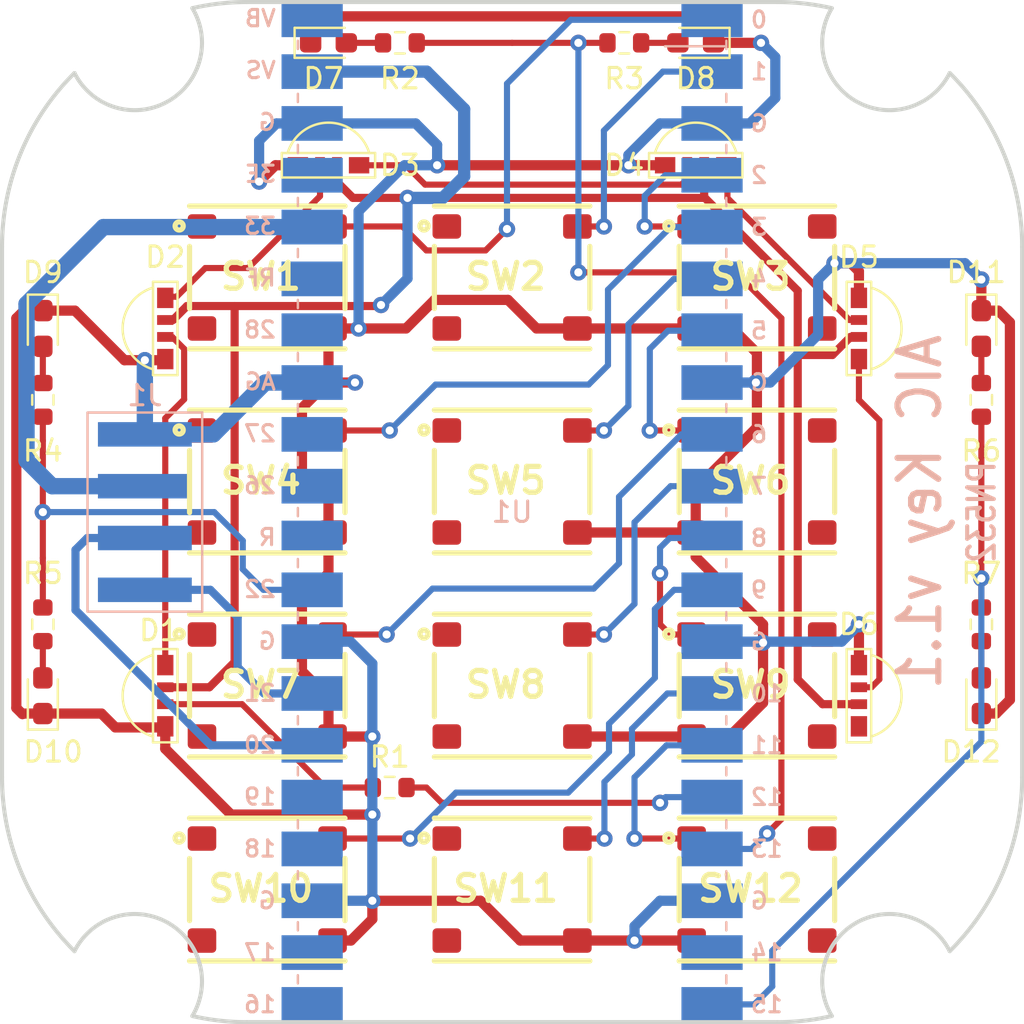
<source format=kicad_pcb>
(kicad_pcb (version 20221018) (generator pcbnew)
  (title_block (title "Teeny Controller for IIDX"))
  (layers (0 "F.Cu" signal) (31 "B.Cu" signal) (34 "B.Paste" user) (35 "F.Paste" user) (36 "B.SilkS" user "B.Silkscreen") (37 "F.SilkS" user "F.Silkscreen") (38 "B.Mask" user) (39 "F.Mask" user) (44 "Edge.Cuts" user))
  (net 0 "")
  (net 1 "+5V")
  (net 2 "GND")
  (net 3 "+3V3")
  (net 4 "Net-(D7-A)")
  (net 5 "Net-(D1-In)")
  (net 6 "Net-(D1-Out)")
  (net 7 "Net-(D8-A)")
  (net 8 "Net-(D9-A)")
  (net 9 "Net-(D2-Out)")
  (net 10 "Net-(D10-A)")
  (net 11 "Net-(D11-A)")
  (net 12 "Net-(D3-Out)")
  (net 13 "Net-(D12-A)")
  (net 14 "Net-(D4-Out)")
  (net 15 "Net-(U1-GPIO12)")
  (net 16 "Net-(D5-Out)")
  (net 17 "Net-(U1-GPIO22)")
  (net 19 "Net-(U1-GPIO15)")
  (net 23 "Net-(U1-GPIO13)")
  (net 24 "Net-(U1-GPIO0)")
  (net 29 "Net-(U1-GPIO1)")
  (net 30 "Net-(U1-GPIO2)")
  (net 41 "Net-(U1-GPIO3)")
  (net 42 "Net-(U1-GPIO4)")
  (net 44 "Net-(U1-GPIO5)")
  (net 47 "Net-(U1-GPIO6)")
  (net 48 "Net-(U1-GPIO7)")
  (net 49 "Net-(U1-GPIO8)")
  (net 52 "Net-(U1-GPIO9)")
  (net 53 "Net-(U1-GPIO10)")
  (net 54 "Net-(U1-GPIO11)")
  (net 59 "Net-(J1-SDA)")
  (net 60 "Net-(J1-SCL)")
  (footprint "aic_pico:SKRR" (layer "F.Cu") (at 147.32 131.9)
    (fp_text reference "SW12")
    (fp_text value "SKRR_4pin" hide)
  )
  (footprint "aic_pico:WS2812B-1204" (layer "F.Cu") (at 144.32 96.4 180)
    (fp_text reference "D4")
    (fp_text value "WS2812B_Unified" hide)
  )
  (footprint "aic_pico:SKRR" (layer "F.Cu") (at 123.32 101.9)
    (fp_text reference "SW1")
    (fp_text value "SKRR_4pin" hide)
  )
  (footprint "aic_pico:SKRR" (layer "F.Cu") (at 135.32 101.9)
    (fp_text reference "SW2")
    (fp_text value "SKRR_4pin" hide)
  )
  (footprint "LED_SMD:LED_0603_1608Metric_Pad1.05x0.95mm_HandSolder" (layer "F.Cu") (at 126.32 90.4)
    (fp_text reference "D7")
    (fp_text value "LED" hide)
  )
  (footprint "aic_pico:WS2812B-1204" (layer "F.Cu") (at 152.32 104.4 90)
    (fp_text reference "D5")
    (fp_text value "WS2812B_Unified" hide)
  )
  (footprint "aic_pico:SKRR" (layer "F.Cu") (at 135.32 121.9)
    (fp_text reference "SW8")
    (fp_text value "SKRR_4pin" hide)
  )
  (footprint "aic_pico:WS2812B-1204" (layer "F.Cu") (at 126.32 96.4 180)
    (fp_text reference "D3")
    (fp_text value "WS2812B_Unified" hide)
  )
  (footprint "Resistor_SMD:R_0603_1608Metric" (layer "F.Cu") (at 140.82 90.4 180)
    (fp_text reference "R3")
    (fp_text value "1k" hide)
  )
  (footprint "aic_pico:SKRR" (layer "F.Cu") (at 147.32 121.9)
    (fp_text reference "SW9")
    (fp_text value "SKRR_4pin" hide)
  )
  (footprint "aic_pico:SKRR" (layer "F.Cu") (at 135.32 131.9)
    (fp_text reference "SW11")
    (fp_text value "SKRR_4pin" hide)
  )
  (footprint "Resistor_SMD:R_0603_1608Metric" (layer "F.Cu") (at 158.32 107.9 -90)
    (fp_text reference "R6")
    (fp_text value "1k" hide)
  )
  (footprint "aic_pico:SKRR" (layer "F.Cu") (at 123.32 121.9)
    (fp_text reference "SW7")
    (fp_text value "SKRR_4pin" hide)
  )
  (footprint "aic_pico:WS2812B-1204" (layer "F.Cu") (at 118.32 122.4 -90)
    (fp_text reference "D1")
    (fp_text value "WS2812B_Unified" hide)
  )
  (footprint "Resistor_SMD:R_0603_1608Metric" (layer "F.Cu") (at 112.32 107.9 -90)
    (fp_text reference "R4")
    (fp_text value "1k" hide)
  )
  (footprint "Resistor_SMD:R_0603_1608Metric" (layer "F.Cu") (at 158.32 118.9 90)
    (fp_text reference "R7")
    (fp_text value "1k" hide)
  )
  (footprint "LED_SMD:LED_0603_1608Metric_Pad1.05x0.95mm_HandSolder" (layer "F.Cu") (at 158.32 122.4 90)
    (fp_text reference "D12")
    (fp_text value "LED" hide)
  )
  (footprint "LED_SMD:LED_0603_1608Metric_Pad1.05x0.95mm_HandSolder" (layer "F.Cu") (at 158.32 104.4 -90)
    (fp_text reference "D11")
    (fp_text value "LED" hide)
  )
  (footprint "aic_pico:SKRR" (layer "F.Cu") (at 123.32 131.9)
    (fp_text reference "SW10")
    (fp_text value "SKRR_4pin" hide)
  )
  (footprint "LED_SMD:LED_0603_1608Metric_Pad1.05x0.95mm_HandSolder" (layer "F.Cu") (at 144.32 90.4 180)
    (fp_text reference "D8")
    (fp_text value "LED" hide)
  )
  (footprint "Resistor_SMD:R_0603_1608Metric" (layer "F.Cu") (at 129.32 126.9)
    (fp_text reference "R1")
    (fp_text value "10" hide)
  )
  (footprint "aic_pico:SKRR" (layer "F.Cu") (at 147.32 101.9)
    (fp_text reference "SW3")
    (fp_text value "SKRR_4pin" hide)
  )
  (footprint "Resistor_SMD:R_0603_1608Metric" (layer "F.Cu") (at 112.32 118.9 90)
    (fp_text reference "R5")
    (fp_text value "1k" hide)
  )
  (footprint "aic_pico:SKRR" (layer "F.Cu") (at 135.32 111.9)
    (fp_text reference "SW5")
    (fp_text value "SKRR_4pin" hide)
  )
  (footprint "Resistor_SMD:R_0603_1608Metric" (layer "F.Cu") (at 129.82 90.4)
    (fp_text reference "R2")
    (fp_text value "1k" hide)
  )
  (footprint "aic_pico:SKRR" (layer "F.Cu") (at 147.32 111.9)
    (fp_text reference "SW6")
    (fp_text value "SKRR_4pin" hide)
  )
  (footprint "LED_SMD:LED_0603_1608Metric_Pad1.05x0.95mm_HandSolder" (layer "F.Cu") (at 112.32 122.4 90)
    (fp_text reference "D10")
    (fp_text value "LED" hide)
  )
  (footprint "aic_pico:WS2812B-1204" (layer "F.Cu") (at 152.32 122.4 90)
    (fp_text reference "D6")
    (fp_text value "WS2812B_Unified" hide)
  )
  (footprint "aic_pico:SKRR" (layer "F.Cu") (at 123.32 111.9)
    (fp_text reference "SW4")
    (fp_text value "SKRR_4pin" hide)
  )
  (footprint "LED_SMD:LED_0603_1608Metric_Pad1.05x0.95mm_HandSolder" (layer "F.Cu") (at 112.32 104.4 -90)
    (fp_text reference "D9")
    (fp_text value "LED" hide)
  )
  (footprint "aic_pico:WS2812B-1204" (layer "F.Cu") (at 118.32 104.4 -90)
    (fp_text reference "D2")
    (fp_text value "WS2812B_Unified" hide)
  )
  (footprint "aic_pico:pn532_conn" (layer "B.Cu") (at 117.32 113.4 180)
    (fp_text reference "J1")
    (fp_text value "PN532" hide)
  )
  (footprint "aic_pico:RPi_Pico_SMD_No_USB" (layer "B.Cu") (at 135.32 113.4 180)
    (fp_text reference "U1")
    (fp_text value "Pico_Trim")
  )
  (gr_line (start 148.32 138.399999) (end 122.32 138.399999) (stroke (width 0.2)) (layer "Edge.Cuts"))
  (gr_line (start 160.32 126.399999) (end 160.32 100.399999) (stroke (width 0.2)) (layer "Edge.Cuts"))
  (gr_arc (start 119.649044 88.701025) (mid 118.410332 93.29151) (end 113.870189 91.879395) (stroke (width 0.2)) (layer "Edge.Cuts"))
  (gr_arc (start 150.990956 138.098973) (mid 152.229668 133.508486) (end 156.769811 134.920603) (stroke (width 0.2)) (layer "Edge.Cuts"))
  (gr_arc (start 110.32 100.399999) (mid 111.243048 95.784684) (end 113.870189 91.879395) (stroke (width 0.2)) (layer "Edge.Cuts"))
  (gr_arc (start 113.870189 134.920603) (mid 111.243048 131.015314) (end 110.32 126.399999) (stroke (width 0.2)) (layer "Edge.Cuts"))
  (gr_arc (start 122.32 138.399999) (mid 120.976067 138.324505) (end 119.649044 138.098973) (stroke (width 0.2)) (layer "Edge.Cuts"))
  (gr_arc (start 156.769811 91.879395) (mid 159.396952 95.784684) (end 160.32 100.399999) (stroke (width 0.2)) (layer "Edge.Cuts"))
  (gr_arc (start 160.32 126.399999) (mid 159.396952 131.015314) (end 156.769811 134.920603) (stroke (width 0.2)) (layer "Edge.Cuts"))
  (gr_arc (start 156.769811 91.879395) (mid 152.229668 93.291511) (end 150.990956 88.701025) (stroke (width 0.2)) (layer "Edge.Cuts"))
  (gr_arc (start 150.990956 138.098973) (mid 149.663933 138.324505) (end 148.32 138.399999) (stroke (width 0.2)) (layer "Edge.Cuts"))
  (gr_arc (start 113.870189 134.920603) (mid 118.410332 133.508487) (end 119.649044 138.098973) (stroke (width 0.2)) (layer "Edge.Cuts"))
  (gr_line (start 148.32 88.399999) (end 122.32 88.399999) (stroke (width 0.2)) (layer "Edge.Cuts"))
  (gr_line (start 110.32 126.399999) (end 110.32 100.399999) (stroke (width 0.2)) (layer "Edge.Cuts"))
  (gr_arc (start 148.32 88.399999) (mid 149.663933 88.475493) (end 150.990956 88.701025) (stroke (width 0.2)) (layer "Edge.Cuts"))
  (gr_arc (start 119.649044 88.701025) (mid 120.976067 88.475493) (end 122.32 88.399999) (stroke (width 0.2)) (layer "Edge.Cuts"))
  (gr_text "AIC Key v1.1" (at 156.47 113.4 90) (layer "B.SilkS") (effects (font (size 2 1.8) (thickness 0.3)) (justify bottom mirror)))
  (gr_text "PN532" (at 159.095 113.4 90) (layer "B.SilkS") (effects (font (size 1.3 1) (thickness 0.2) bold) (justify bottom mirror)))
  (segment (start 119.382462 103.3) (end 118.697462 103.985) (width 0.4) (layer "F.Cu") (net 1))
  (segment (start 149.32 121.6) (end 149.32 105.7) (width 0.4) (layer "F.Cu") (net 1))
  (segment (start 127.52 98) (end 144.7 98) (width 0.4) (layer "F.Cu") (net 1))
  (segment (start 118.697462 103.985) (end 118.32 103.985) (width 0.4) (layer "F.Cu") (net 1))
  (segment (start 149.32 102.55) (end 149.32 105.7) (width 0.4) (layer "F.Cu") (net 1))
  (segment (start 150.535 122.815) (end 149.32 121.6) (width 0.4) (layer "F.Cu") (net 1))
  (segment (start 151.02 105.7) (end 151.905 104.815) (width 0.4) (layer "F.Cu") (net 1))
  (segment (start 149.32 105.7) (end 151.02 105.7) (width 0.4) (layer "F.Cu") (net 1))
  (segment (start 128.845 103.3) (end 119.382462 103.3) (width 0.4) (layer "F.Cu") (net 1))
  (segment (start 120.485 121.985) (end 121.72 120.75) (width 0.4) (layer "F.Cu") (net 1))
  (segment (start 144.735 96.4) (end 144.735 97.965) (width 0.4) (layer "F.Cu") (net 1))
  (segment (start 121.72 120.75) (end 121.72 103.3) (width 0.4) (layer "F.Cu") (net 1))
  (segment (start 151.905 104.815) (end 152.32 104.815) (width 0.4) (layer "F.Cu") (net 1))
  (segment (start 126.735 97.215) (end 127.52 98) (width 0.4) (layer "F.Cu") (net 1))
  (segment (start 126.735 96.4) (end 126.735 97.215) (width 0.4) (layer "F.Cu") (net 1))
  (segment (start 128.895 103.25) (end 128.845 103.3) (width 0.4) (layer "F.Cu") (net 1))
  (segment (start 152.32 122.815) (end 150.535 122.815) (width 0.4) (layer "F.Cu") (net 1))
  (segment (start 144.735 97.965) (end 149.32 102.55) (width 0.4) (layer "F.Cu") (net 1))
  (segment (start 118.32 121.985) (end 120.485 121.985) (width 0.4) (layer "F.Cu") (net 1))
  (via (at 128.895 103.25) (size 0.8) (drill 0.4) (layers "F.Cu" "B.Cu") (net 1))
  (via (at 130.195 98) (size 0.8) (drill 0.4) (layers "F.Cu" "B.Cu") (net 1))
  (segment (start 130.195 101.95) (end 130.195 98) (width 0.5) (layer "B.Cu") (net 1))
  (segment (start 131.13 91.81) (end 125.52 91.81) (width 0.6) (layer "B.Cu") (net 1))
  (segment (start 131.92 98) (end 132.97 96.95) (width 0.6) (layer "B.Cu") (net 1))
  (segment (start 128.895 103.25) (end 130.195 101.95) (width 0.5) (layer "B.Cu") (net 1))
  (segment (start 130.195 98) (end 131.92 98) (width 0.6) (layer "B.Cu") (net 1))
  (segment (start 132.97 96.95) (end 132.97 93.65) (width 0.6) (layer "B.Cu") (net 1))
  (segment (start 132.97 93.65) (end 131.13 91.81) (width 0.6) (layer "B.Cu") (net 1))
  (segment (start 125.02 111.4) (end 126.32 112.7) (width 0.5) (layer "F.Cu") (net 2))
  (segment (start 127.42 134.4) (end 126.32 134.4) (width 0.5) (layer "F.Cu") (net 2))
  (segment (start 125.02 117.7) (end 125.02 121.2) (width 0.5) (layer "F.Cu") (net 2))
  (segment (start 122.92 97.2) (end 123.72 96.4) (width 0.5) (layer "F.Cu") (net 2))
  (segment (start 115.875 123.955) (end 115.195 123.275) (width 0.5) (layer "F.Cu") (net 2))
  (segment (start 128.47 124.4) (end 126.32 124.4) (width 0.5) (layer "F.Cu") (net 2))
  (segment (start 125.445 90.4) (end 125.445 89.575) (width 0.5) (layer "F.Cu") (net 2))
  (segment (start 147.62 118.9) (end 147.62 122.75) (width 0.5) (layer "F.Cu") (net 2))
  (segment (start 136.52 104.4) (end 138.32 104.4) (width 0.5) (layer "F.Cu") (net 2))
  (segment (start 112.32 103.525) (end 111.395 103.525) (width 0.5) (layer "F.Cu") (net 2))
  (segment (start 144.32 114.4) (end 138.32 114.4) (width 0.5) (layer "F.Cu") (net 2))
  (segment (start 125.92 89.1) (end 144.72 89.1) (width 0.5) (layer "F.Cu") (net 2))
  (segment (start 123.72 96.4) (end 124.765 96.4) (width 0.5) (layer "F.Cu") (net 2))
  (segment (start 111.32 123.3) (end 111.345 123.275) (width 0.5) (layer "F.Cu") (net 2))
  (segment (start 158.32 103.525) (end 159.145 103.525) (width 0.5) (layer "F.Cu") (net 2))
  (segment (start 111.395 103.525) (end 111.02 103.9) (width 0.5) (layer "F.Cu") (net 2))
  (segment (start 126.32 122.5) (end 126.32 124.4) (width 0.5) (layer "F.Cu") (net 2))
  (segment (start 144.72 89.1) (end 145.195 89.575) (width 0.5) (layer "F.Cu") (net 2))
  (segment (start 128.47 132.45) (end 128.47 133.35) (width 0.5) (layer "F.Cu") (net 2))
  (segment (start 141.02 96.4) (end 142.765 96.4) (width 0.5) (layer "F.Cu") (net 2))
  (segment (start 126.32 114.4) (end 126.32 116.4) (width 0.5) (layer "F.Cu") (net 2))
  (segment (start 126.32 116.4) (end 125.02 117.7) (width 0.5) (layer "F.Cu") (net 2))
  (segment (start 152.32 118.9) (end 152.32 120.845) (width 0.5) (layer "F.Cu") (net 2))
  (segment (start 125.02 108.3) (end 125.02 111.4) (width 0.5) (layer "F.Cu") (net 2))
  (segment (start 111.02 103.9) (end 111.02 123) (width 0.5) (layer "F.Cu") (net 2))
  (segment (start 141.32 134.4) (end 144.32 134.4) (width 0.5) (layer "F.Cu") (net 2))
  (segment (start 135.72 134.4) (end 138.32 134.4) (width 0.5) (layer "F.Cu") (net 2))
  (segment (start 151.12 101.2) (end 151.92 101.2) (width 0.5) (layer "F.Cu") (net 2))
  (segment (start 159.72 122.6) (end 159.045 123.275) (width 0.5) (layer "F.Cu") (net 2))
  (segment (start 126.32 112.7) (end 126.32 114.4) (width 0.5) (layer "F.Cu") (net 2))
  (segment (start 144.32 112.25) (end 144.32 114.4) (width 0.5) (layer "F.Cu") (net 2))
  (segment (start 127.795 104.4) (end 130.12 104.4) (width 0.5) (layer "F.Cu") (net 2))
  (segment (start 118.32 125) (end 118.32 123.955) (width 0.5) (layer "F.Cu") (net 2))
  (segment (start 133.77 132.45) (end 135.72 134.4) (width 0.5) (layer "F.Cu") (net 2))
  (segment (start 145.195 89.575) (end 145.195 90.4) (width 0.5) (layer "F.Cu") (net 2))
  (segment (start 131.52 103) (end 135.12 103) (width 0.5) (layer "F.Cu") (net 2))
  (segment (start 116.32 105.955) (end 113.89 103.525) (width 0.5) (layer "F.Cu") (net 2))
  (segment (start 125.02 121.2) (end 126.32 122.5) (width 0.5) (layer "F.Cu") (net 2))
  (segment (start 144.32 124.4) (end 138.32 124.4) (width 0.5) (layer "F.Cu") (net 2))
  (segment (start 159.045 123.275) (end 158.32 123.275) (width 0.5) (layer "F.Cu") (net 2))
  (segment (start 125.445 89.575) (end 125.92 89.1) (width 0.5) (layer "F.Cu") (net 2))
  (segment (start 135.12 103) (end 136.52 104.4) (width 0.5) (layer "F.Cu") (net 2))
  (segment (start 115.195 123.275) (end 112.32 123.275) (width 0.5) (layer "F.Cu") (net 2))
  (segment (start 111.02 123) (end 111.32 123.3) (width 0.5) (layer "F.Cu") (net 2))
  (segment (start 144.32 104.4) (end 146.12 104.4) (width 0.5) (layer "F.Cu") (net 2))
  (segment (start 141.02 96.4) (end 131.645 96.4) (width 0.5) (layer "F.Cu") (net 2))
  (segment (start 118.32 105.955) (end 117.32 105.955) (width 0.5) (layer "F.Cu") (net 2))
  (segment (start 113.89 103.525) (end 112.32 103.525) (width 0.5) (layer "F.Cu") (net 2))
  (segment (start 126.32 104.4) (end 127.795 104.4) (width 0.5) (layer "F.Cu") (net 2))
  (segment (start 130.12 104.4) (end 131.52 103) (width 0.5) (layer "F.Cu") (net 2))
  (segment (start 126.32 107) (end 126.37 107.05) (width 0.5) (layer "F.Cu") (net 2))
  (segment (start 152.32 101.6) (end 152.32 102.845) (width 0.5) (layer "F.Cu") (net 2))
  (segment (start 147.52 90.4) (end 145.195 90.4) (width 0.5) (layer "F.Cu") (net 2))
  (segment (start 121.545 128.225) (end 118.32 125) (width 0.5) (layer "F.Cu") (net 2))
  (segment (start 158.32 102) (end 158.32 103.525) (width 0.5) (layer "F.Cu") (net 2))
  (segment (start 138.32 134.4) (end 141.32 134.4) (width 0.5) (layer "F.Cu") (net 2))
  (segment (start 128.47 133.35) (end 127.42 134.4) (width 0.5) (layer "F.Cu") (net 2))
  (segment (start 138.32 104.4) (end 144.32 104.4) (width 0.5) (layer "F.Cu") (net 2))
  (segment (start 147.32 109.25) (end 144.32 112.25) (width 0.5) (layer "F.Cu") (net 2))
  (segment (start 145.97 124.4) (end 144.32 124.4) (width 0.5) (layer "F.Cu") (net 2))
  (segment (start 126.32 104.4) (end 126.32 107) (width 0.5) (layer "F.Cu") (net 2))
  (segment (start 111.345 123.275) (end 112.32 123.275) (width 0.5) (layer "F.Cu") (net 2))
  (segment (start 128.47 128.225) (end 121.545 128.225) (width 0.5) (layer "F.Cu") (net 2))
  (segment (start 146.12 104.4) (end 147.32 105.6) (width 0.5) (layer "F.Cu") (net 2))
  (segment (start 128.47 132.45) (end 133.77 132.45) (width 0.5) (layer "F.Cu") (net 2))
  (segment (start 147.32 105.6) (end 147.32 109.25) (width 0.5) (layer "F.Cu") (net 2))
  (segment (start 118.32 123.955) (end 115.875 123.955) (width 0.5) (layer "F.Cu") (net 2))
  (segment (start 151.92 101.2) (end 152.32 101.6) (width 0.5) (layer "F.Cu") (net 2))
  (segment (start 144.32 114.4) (end 144.32 115.6) (width 0.5) (layer "F.Cu") (net 2))
  (segment (start 147.62 122.75) (end 145.97 124.4) (width 0.5) (layer "F.Cu") (net 2))
  (segment (start 159.145 103.525) (end 159.72 104.1) (width 0.5) (layer "F.Cu") (net 2))
  (segment (start 144.32 115.6) (end 147.62 118.9) (width 0.5) (layer "F.Cu") (net 2))
  (segment (start 126.32 107) (end 125.02 108.3) (width 0.5) (layer "F.Cu") (net 2))
  (segment (start 126.37 107.05) (end 127.62 107.05) (width 0.5) (layer "F.Cu") (net 2))
  (segment (start 159.72 104.1) (end 159.72 122.6) (width 0.5) (layer "F.Cu") (net 2))
  (segment (start 117.32 105.955) (end 116.32 105.955) (width 0.5) (layer "F.Cu") (net 2))
  (via (at 117.32 105.955) (size 0.8) (drill 0.4) (layers "F.Cu" "B.Cu") (net 2))
  (via (at 127.62 107.05) (size 0.8) (drill 0.4) (layers "F.Cu" "B.Cu") (net 2))
  (via (at 158.32 102) (size 0.8) (drill 0.4) (layers "F.Cu" "B.Cu") (net 2))
  (via (at 147.27 107.05) (size 0.8) (drill 0.4) (layers "F.Cu" "B.Cu") (net 2))
  (via (at 141.02 96.4) (size 0.8) (drill 0.4) (layers "F.Cu" "B.Cu") (net 2))
  (via (at 122.92 97.2) (size 0.8) (drill 0.4) (layers "F.Cu" "B.Cu") (net 2))
  (via (at 128.47 128.225) (size 0.8) (drill 0.4) (layers "F.Cu" "B.Cu") (net 2))
  (via (at 128.47 132.45) (size 0.8) (drill 0.4) (layers "F.Cu" "B.Cu") (net 2))
  (via (at 141.32 134.4) (size 0.8) (drill 0.4) (layers "F.Cu" "B.Cu") (net 2))
  (via (at 131.645 96.4) (size 0.8) (drill 0.4) (layers "F.Cu" "B.Cu") (net 2))
  (via (at 147.52 90.4) (size 0.8) (drill 0.4) (layers "F.Cu" "B.Cu") (net 2))
  (via (at 152.32 118.9) (size 0.8) (drill 0.4) (layers "F.Cu" "B.Cu") (net 2))
  (via (at 151.12 101.2) (size 0.8) (drill 0.4) (layers "F.Cu" "B.Cu") (net 2))
  (via (at 128.47 124.4) (size 0.8) (drill 0.4) (layers "F.Cu" "B.Cu") (net 2))
  (via (at 127.795 104.4) (size 0.8) (drill 0.4) (layers "F.Cu" "B.Cu") (net 2))
  (via (at 147.62 119.8) (size 0.8) (drill 0.4) (layers "F.Cu" "B.Cu") (net 2))
  (segment (start 120.68 109.59) (end 123.22 107.05) (width 0.8) (layer "B.Cu") (net 2))
  (segment (start 145.12 94.35) (end 146.97 94.35) (width 0.5) (layer "B.Cu") (net 2))
  (segment (start 117.32 109.59) (end 120.68 109.59) (width 0.8) (layer "B.Cu") (net 2))
  (segment (start 148.22 93.1) (end 148.22 91.1) (width 0.5) (layer "B.Cu") (net 2))
  (segment (start 117.32 105.955) (end 117.32 109.59) (width 0.8) (layer "B.Cu") (net 2))
  (segment (start 131.645 96.4) (end 131.645 95.4) (width 0.5) (layer "B.Cu") (net 2))
  (segment (start 123.22 107.05) (end 125.52 107.05) (width 0.8) (layer "B.Cu") (net 2))
  (segment (start 145.12 107.05) (end 147.97 107.05) (width 0.5) (layer "B.Cu") (net 2))
  (segment (start 145.12 132.45) (end 142.57 132.45) (width 0.5) (layer "B.Cu") (net 2))
  (segment (start 128.445 132.45) (end 128.47 132.425) (width 0.5) (layer "B.Cu") (net 2))
  (segment (start 125.52 132.45) (end 128.445 132.45) (width 0.5) (layer "B.Cu") (net 2))
  (segment (start 128.47 132.425) (end 128.47 128.225) (width 0.5) (layer "B.Cu") (net 2))
  (segment (start 157.52 101.2) (end 158.32 102) (width 0.5) (layer "B.Cu") (net 2))
  (segment (start 141.02 95.9) (end 141.02 96.4) (width 0.5) (layer "B.Cu") (net 2))
  (segment (start 122.92 95.2) (end 123.77 94.35) (width 0.5) (layer "B.Cu") (net 2))
  (segment (start 127.795 98.65) (end 127.795 104.4) (width 0.5) (layer "B.Cu") (net 2))
  (segment (start 130.045 96.4) (end 127.795 98.65) (width 0.5) (layer "B.Cu") (net 2))
  (segment (start 128.47 124.4) (end 128.47 120.825) (width 0.5) (layer "B.Cu") (net 2))
  (segment (start 151.12 101.2) (end 157.52 101.2) (width 0.5) (layer "B.Cu") (net 2))
  (segment (start 151.47 119.75) (end 152.32 118.9) (width 0.5) (layer "B.Cu") (net 2))
  (segment (start 122.92 97.2) (end 122.92 95.2) (width 0.5) (layer "B.Cu") (net 2))
  (segment (start 145.12 119.75) (end 151.47 119.75) (width 0.5) (layer "B.Cu") (net 2))
  (segment (start 142.57 94.35) (end 141.02 95.9) (width 0.5) (layer "B.Cu") (net 2))
  (segment (start 142.57 132.45) (end 141.32 133.7) (width 0.5) (layer "B.Cu") (net 2))
  (segment (start 147.97 107.05) (end 150.32 104.7) (width 0.5) (layer "B.Cu") (net 2))
  (segment (start 128.47 128.225) (end 128.47 124.4) (width 0.5) (layer "B.Cu") (net 2))
  (segment (start 128.47 120.825) (end 127.395 119.75) (width 0.5) (layer "B.Cu") (net 2))
  (segment (start 127.395 119.75) (end 125.52 119.75) (width 0.5) (layer "B.Cu") (net 2))
  (segment (start 130.595 94.35) (end 125.52 94.35) (width 0.5) (layer "B.Cu") (net 2))
  (segment (start 150.32 102) (end 151.12 101.2) (width 0.5) (layer "B.Cu") (net 2))
  (segment (start 150.32 104.7) (end 150.32 102) (width 0.5) (layer "B.Cu") (net 2))
  (segment (start 131.645 96.4) (end 130.045 96.4) (width 0.5) (layer "B.Cu") (net 2))
  (segment (start 145.12 94.35) (end 142.57 94.35) (width 0.5) (layer "B.Cu") (net 2))
  (segment (start 141.32 133.7) (end 141.32 134.4) (width 0.5) (layer "B.Cu") (net 2))
  (segment (start 123.77 94.35) (end 125.52 94.35) (width 0.5) (layer "B.Cu") (net 2))
  (segment (start 125.52 107.05) (end 127.62 107.05) (width 0.3) (layer "B.Cu") (net 2))
  (segment (start 131.645 95.4) (end 130.595 94.35) (width 0.5) (layer "B.Cu") (net 2))
  (segment (start 148.22 91.1) (end 147.52 90.4) (width 0.5) (layer "B.Cu") (net 2))
  (segment (start 146.97 94.35) (end 148.22 93.1) (width 0.5) (layer "B.Cu") (net 2))
  (segment (start 112.775 112.13) (end 117.32 112.13) (width 0.8) (layer "B.Cu") (net 3))
  (segment (start 125.52 99.43) (end 115.29 99.43) (width 0.8) (layer "B.Cu") (net 3))
  (segment (start 111.52 103.2) (end 111.52 110.875) (width 0.8) (layer "B.Cu") (net 3))
  (segment (start 111.52 110.875) (end 112.775 112.13) (width 0.8) (layer "B.Cu") (net 3))
  (segment (start 115.29 99.43) (end 111.52 103.2) (width 0.8) (layer "B.Cu") (net 3))
  (segment (start 128.995 90.4) (end 127.195 90.4) (width 0.3) (layer "F.Cu") (net 4))
  (segment (start 126.17 126.9) (end 128.495 126.9) (width 0.3) (layer "F.Cu") (net 5))
  (segment (start 122.085 122.815) (end 126.17 126.9) (width 0.3) (layer "F.Cu") (net 5))
  (segment (start 118.32 122.815) (end 122.085 122.815) (width 0.3) (layer "F.Cu") (net 5))
  (segment (start 119.245 105.4) (end 118.66 104.815) (width 0.3) (layer "F.Cu") (net 6))
  (segment (start 118.32 120.845) (end 118.32 108.8) (width 0.3) (layer "F.Cu") (net 6))
  (segment (start 118.66 104.815) (end 118.32 104.815) (width 0.3) (layer "F.Cu") (net 6))
  (segment (start 118.32 108.8) (end 119.245 107.875) (width 0.3) (layer "F.Cu") (net 6))
  (segment (start 119.245 107.875) (end 119.245 105.4) (width 0.3) (layer "F.Cu") (net 6))
  (segment (start 143.445 90.4) (end 141.645 90.4) (width 0.3) (layer "F.Cu") (net 7))
  (segment (start 112.32 105.275) (end 112.32 107.075) (width 0.3) (layer "F.Cu") (net 8))
  (segment (start 120.2825 101.4375) (end 122.3825 101.4375) (width 0.3) (layer "F.Cu") (net 9))
  (segment (start 118.875 102.845) (end 120.2825 101.4375) (width 0.3) (layer "F.Cu") (net 9))
  (segment (start 125.905 97.915) (end 125.905 96.4) (width 0.3) (layer "F.Cu") (net 9))
  (segment (start 122.3825 101.4375) (end 125.905 97.915) (width 0.3) (layer "F.Cu") (net 9))
  (segment (start 118.32 102.845) (end 118.875 102.845) (width 0.3) (layer "F.Cu") (net 9))
  (segment (start 112.32 119.725) (end 112.32 121.525) (width 0.3) (layer "F.Cu") (net 10))
  (segment (start 158.32 105.275) (end 158.32 107.075) (width 0.3) (layer "F.Cu") (net 11))
  (segment (start 143.62 97.35) (end 143.905 97.065) (width 0.3) (layer "F.Cu") (net 12))
  (segment (start 127.875 96.4) (end 130.1075 96.4) (width 0.3) (layer "F.Cu") (net 12))
  (segment (start 143.905 97.065) (end 143.905 96.4) (width 0.3) (layer "F.Cu") (net 12))
  (segment (start 130.1075 96.4) (end 131.0575 97.35) (width 0.3) (layer "F.Cu") (net 12))
  (segment (start 131.0575 97.35) (end 143.62 97.35) (width 0.3) (layer "F.Cu") (net 12))
  (segment (start 158.32 119.725) (end 158.32 121.525) (width 0.3) (layer "F.Cu") (net 13))
  (segment (start 145.875 98.005) (end 151.855 103.985) (width 0.3) (layer "F.Cu") (net 14))
  (segment (start 145.875 96.4) (end 145.875 98.005) (width 0.3) (layer "F.Cu") (net 14))
  (segment (start 151.855 103.985) (end 152.32 103.985) (width 0.3) (layer "F.Cu") (net 14))
  (segment (start 142.57 127.65) (end 131.87 127.65) (width 0.3) (layer "F.Cu") (net 15))
  (segment (start 131.12 126.9) (end 130.145 126.9) (width 0.3) (layer "F.Cu") (net 15))
  (segment (start 131.87 127.65) (end 131.12 126.9) (width 0.3) (layer "F.Cu") (net 15))
  (via (at 142.57 127.65) (size 0.8) (drill 0.4) (layers "F.Cu" "B.Cu") (net 15))
  (segment (start 142.57 127.65) (end 142.85 127.37) (width 0.3) (layer "B.Cu") (net 15))
  (segment (start 142.85 127.37) (end 145.12 127.37) (width 0.3) (layer "B.Cu") (net 15))
  (segment (start 152.32 105.955) (end 152.32 107.9) (width 0.3) (layer "F.Cu") (net 16))
  (segment (start 152.935 121.985) (end 152.32 121.985) (width 0.3) (layer "F.Cu") (net 16))
  (segment (start 153.32 108.9) (end 153.32 121.6) (width 0.3) (layer "F.Cu") (net 16))
  (segment (start 153.32 121.6) (end 152.935 121.985) (width 0.3) (layer "F.Cu") (net 16))
  (segment (start 152.32 107.9) (end 153.32 108.9) (width 0.3) (layer "F.Cu") (net 16))
  (segment (start 112.32 113.4) (end 112.32 115.65) (width 0.3) (layer "F.Cu") (net 17))
  (segment (start 112.32 109.9) (end 112.32 113.4) (width 0.3) (layer "F.Cu") (net 17))
  (segment (start 112.32 115.65) (end 112.32 118.075) (width 0.3) (layer "F.Cu") (net 17))
  (segment (start 112.32 108.725) (end 112.32 109.9) (width 0.3) (layer "F.Cu") (net 17))
  (via (at 112.32 113.4) (size 0.8) (drill 0.4) (layers "F.Cu" "B.Cu") (net 17))
  (segment (start 120.72 113.4) (end 122.12 114.8) (width 0.3) (layer "B.Cu") (net 17))
  (segment (start 122.12 116.2) (end 123.13 117.21) (width 0.3) (layer "B.Cu") (net 17))
  (segment (start 123.13 117.21) (end 125.52 117.21) (width 0.3) (layer "B.Cu") (net 17))
  (segment (start 122.12 114.8) (end 122.12 116.2) (width 0.3) (layer "B.Cu") (net 17))
  (segment (start 112.32 113.4) (end 120.72 113.4) (width 0.3) (layer "B.Cu") (net 17))
  (segment (start 158.32 116.65) (end 158.32 108.725) (width 0.3) (layer "F.Cu") (net 19))
  (segment (start 158.32 116.65) (end 158.32 118.075) (width 0.3) (layer "F.Cu") (net 19))
  (via (at 158.32 116.65) (size 0.8) (drill 0.4) (layers "F.Cu" "B.Cu") (net 19))
  (segment (start 158.32 124.65) (end 158.32 116.65) (width 0.3) (layer "B.Cu") (net 19))
  (segment (start 147.19 137.53) (end 148.07 136.65) (width 0.3) (layer "B.Cu") (net 19))
  (segment (start 145.12 137.53) (end 147.19 137.53) (width 0.3) (layer "B.Cu") (net 19))
  (segment (start 148.07 136.65) (end 148.07 134.9) (width 0.3) (layer "B.Cu") (net 19))
  (segment (start 148.07 134.9) (end 158.32 124.65) (width 0.3) (layer "B.Cu") (net 19))
  (segment (start 146.27 101.65) (end 138.57 101.65) (width 0.3) (layer "F.Cu") (net 23))
  (segment (start 130.645 90.4) (end 135.32 90.4) (width 0.3) (layer "F.Cu") (net 23))
  (segment (start 138.57 90.4) (end 139.995 90.4) (width 0.3) (layer "F.Cu") (net 23))
  (segment (start 135.32 90.4) (end 138.57 90.4) (width 0.3) (layer "F.Cu") (net 23))
  (segment (start 148.52 128.45) (end 148.52 103.9) (width 0.3) (layer "F.Cu") (net 23))
  (segment (start 148.52 103.9) (end 146.27 101.65) (width 0.3) (layer "F.Cu") (net 23))
  (segment (start 147.82 129.15) (end 148.52 128.45) (width 0.3) (layer "F.Cu") (net 23))
  (via (at 147.82 129.15) (size 0.8) (drill 0.4) (layers "F.Cu" "B.Cu") (net 23))
  (via (at 138.57 101.65) (size 0.8) (drill 0.4) (layers "F.Cu" "B.Cu") (net 23))
  (via (at 138.57 90.4) (size 0.8) (drill 0.4) (layers "F.Cu" "B.Cu") (net 23))
  (segment (start 147.82 129.15) (end 147.06 129.91) (width 0.3) (layer "B.Cu") (net 23))
  (segment (start 147.06 129.91) (end 145.12 129.91) (width 0.3) (layer "B.Cu") (net 23))
  (segment (start 138.57 90.4) (end 138.57 101.65) (width 0.3) (layer "B.Cu") (net 23))
  (segment (start 129.945 99.4) (end 126.32 99.4) (width 0.3) (layer "F.Cu") (net 24))
  (segment (start 131.12 100.575) (end 129.945 99.4) (width 0.3) (layer "F.Cu") (net 24))
  (segment (start 135.07 99.525) (end 134.02 100.575) (width 0.3) (layer "F.Cu") (net 24))
  (segment (start 134.02 100.575) (end 131.12 100.575) (width 0.3) (layer "F.Cu") (net 24))
  (via (at 135.07 99.525) (size 0.8) (drill 0.4) (layers "F.Cu" "B.Cu") (net 24))
  (segment (start 138.2 89.27) (end 145.12 89.27) (width 0.3) (layer "B.Cu") (net 24))
  (segment (start 135.07 92.4) (end 138.2 89.27) (width 0.3) (layer "B.Cu") (net 24))
  (segment (start 135.07 99.525) (end 135.07 92.4) (width 0.3) (layer "B.Cu") (net 24))
  (segment (start 139.82 99.4) (end 138.32 99.4) (width 0.3) (layer "F.Cu") (net 29))
  (via (at 139.82 99.4) (size 0.8) (drill 0.4) (layers "F.Cu" "B.Cu") (net 29))
  (segment (start 142.71 91.81) (end 139.82 94.7) (width 0.3) (layer "B.Cu") (net 29))
  (segment (start 145.12 91.81) (end 142.71 91.81) (width 0.3) (layer "B.Cu") (net 29))
  (segment (start 139.82 94.7) (end 139.82 99.4) (width 0.3) (layer "B.Cu") (net 29))
  (segment (start 141.82 99.4) (end 144.32 99.4) (width 0.3) (layer "F.Cu") (net 30))
  (via (at 141.82 99.4) (size 0.8) (drill 0.4) (layers "F.Cu" "B.Cu") (net 30))
  (segment (start 141.82 97.9) (end 141.82 99.4) (width 0.3) (layer "B.Cu") (net 30))
  (segment (start 142.83 96.89) (end 141.82 97.9) (width 0.3) (layer "B.Cu") (net 30))
  (segment (start 145.12 96.89) (end 142.83 96.89) (width 0.3) (layer "B.Cu") (net 30))
  (segment (start 129.32 109.4) (end 126.32 109.4) (width 0.3) (layer "F.Cu") (net 41))
  (via (at 129.32 109.4) (size 0.8) (drill 0.4) (layers "F.Cu" "B.Cu") (net 41))
  (segment (start 143.09 99.43) (end 145.12 99.43) (width 0.3) (layer "B.Cu") (net 41))
  (segment (start 129.32 109.4) (end 131.57 107.15) (width 0.3) (layer "B.Cu") (net 41))
  (segment (start 131.57 107.15) (end 139.07 107.15) (width 0.3) (layer "B.Cu") (net 41))
  (segment (start 140.02 102.5) (end 143.09 99.43) (width 0.3) (layer "B.Cu") (net 41))
  (segment (start 140.02 106.2) (end 140.02 102.5) (width 0.3) (layer "B.Cu") (net 41))
  (segment (start 139.07 107.15) (end 140.02 106.2) (width 0.3) (layer "B.Cu") (net 41))
  (segment (start 139.82 109.4) (end 138.32 109.4) (width 0.3) (layer "F.Cu") (net 42))
  (via (at 139.82 109.4) (size 0.8) (drill 0.4) (layers "F.Cu" "B.Cu") (net 42))
  (segment (start 141.02 104.2) (end 141.02 108.2) (width 0.3) (layer "B.Cu") (net 42))
  (segment (start 141.02 108.2) (end 139.82 109.4) (width 0.3) (layer "B.Cu") (net 42))
  (segment (start 143.25 101.97) (end 141.02 104.2) (width 0.3) (layer "B.Cu") (net 42))
  (segment (start 145.12 101.97) (end 143.25 101.97) (width 0.3) (layer "B.Cu") (net 42))
  (segment (start 142.07 109.4) (end 144.32 109.4) (width 0.3) (layer "F.Cu") (net 44))
  (via (at 142.07 109.4) (size 0.8) (drill 0.4) (layers "F.Cu" "B.Cu") (net 44))
  (segment (start 142.96 104.51) (end 142.07 105.4) (width 0.3) (layer "B.Cu") (net 44))
  (segment (start 145.12 104.51) (end 142.96 104.51) (width 0.3) (layer "B.Cu") (net 44))
  (segment (start 142.07 105.4) (end 142.07 109.4) (width 0.3) (layer "B.Cu") (net 44))
  (segment (start 129.17 119.4) (end 126.32 119.4) (width 0.3) (layer "F.Cu") (net 47))
  (via (at 129.17 119.4) (size 0.8) (drill 0.4) (layers "F.Cu" "B.Cu") (net 47))
  (segment (start 140.56 115.91) (end 140.56 112.65) (width 0.3) (layer "B.Cu") (net 47))
  (segment (start 139.32 117.15) (end 140.56 115.91) (width 0.3) (layer "B.Cu") (net 47))
  (segment (start 129.17 119.4) (end 131.42 117.15) (width 0.3) (layer "B.Cu") (net 47))
  (segment (start 143.62 109.59) (end 145.12 109.59) (width 0.3) (layer "B.Cu") (net 47))
  (segment (start 131.42 117.15) (end 139.32 117.15) (width 0.3) (layer "B.Cu") (net 47))
  (segment (start 140.56 112.65) (end 143.62 109.59) (width 0.3) (layer "B.Cu") (net 47))
  (segment (start 139.82 119.4) (end 138.32 119.4) (width 0.3) (layer "F.Cu") (net 48))
  (via (at 139.82 119.4) (size 0.8) (drill 0.4) (layers "F.Cu" "B.Cu") (net 48))
  (segment (start 143.09 112.13) (end 141.32 113.9) (width 0.3) (layer "B.Cu") (net 48))
  (segment (start 141.32 117.9) (end 141.32 113.9) (width 0.3) (layer "B.Cu") (net 48))
  (segment (start 139.82 119.4) (end 141.32 117.9) (width 0.3) (layer "B.Cu") (net 48))
  (segment (start 145.12 112.13) (end 143.09 112.13) (width 0.3) (layer "B.Cu") (net 48))
  (segment (start 142.57 118.9) (end 142.57 116.4) (width 0.3) (layer "F.Cu") (net 49))
  (segment (start 144.32 119.4) (end 143.07 119.4) (width 0.3) (layer "F.Cu") (net 49))
  (segment (start 143.07 119.4) (end 142.57 118.9) (width 0.3) (layer "F.Cu") (net 49))
  (via (at 142.57 116.4) (size 0.8) (drill 0.4) (layers "F.Cu" "B.Cu") (net 49))
  (segment (start 143.05 114.67) (end 145.12 114.67) (width 0.3) (layer "B.Cu") (net 49))
  (segment (start 142.57 115.15) (end 143.05 114.67) (width 0.3) (layer "B.Cu") (net 49))
  (segment (start 142.57 116.4) (end 142.57 115.15) (width 0.3) (layer "B.Cu") (net 49))
  (segment (start 130.32 129.4) (end 126.32 129.4) (width 0.3) (layer "F.Cu") (net 52))
  (via (at 130.32 129.4) (size 0.8) (drill 0.4) (layers "F.Cu" "B.Cu") (net 52))
  (segment (start 142.32 121.525) (end 142.32 118.15) (width 0.3) (layer "B.Cu") (net 52))
  (segment (start 132.57 127.15) (end 138.07 127.15) (width 0.3) (layer "B.Cu") (net 52))
  (segment (start 140.07 123.775) (end 142.32 121.525) (width 0.3) (layer "B.Cu") (net 52))
  (segment (start 142.32 118.15) (end 143.26 117.21) (width 0.3) (layer "B.Cu") (net 52))
  (segment (start 140.07 125.15) (end 140.07 123.775) (width 0.3) (layer "B.Cu") (net 52))
  (segment (start 143.26 117.21) (end 145.12 117.21) (width 0.3) (layer "B.Cu") (net 52))
  (segment (start 130.32 129.4) (end 132.57 127.15) (width 0.3) (layer "B.Cu") (net 52))
  (segment (start 138.07 127.15) (end 140.07 125.15) (width 0.3) (layer "B.Cu") (net 52))
  (segment (start 139.845 129.4) (end 138.32 129.4) (width 0.3) (layer "F.Cu") (net 53))
  (via (at 139.845 129.4) (size 0.8) (drill 0.4) (layers "F.Cu" "B.Cu") (net 53))
  (segment (start 139.845 126.625) (end 141.195 125.275) (width 0.3) (layer "B.Cu") (net 53))
  (segment (start 141.195 124.025) (end 142.93 122.29) (width 0.3) (layer "B.Cu") (net 53))
  (segment (start 142.93 122.29) (end 145.12 122.29) (width 0.3) (layer "B.Cu") (net 53))
  (segment (start 139.845 129.4) (end 139.845 126.625) (width 0.3) (layer "B.Cu") (net 53))
  (segment (start 141.195 125.275) (end 141.195 124.025) (width 0.3) (layer "B.Cu") (net 53))
  (segment (start 141.32 129.375) (end 141.345 129.4) (width 0.3) (layer "F.Cu") (net 54))
  (segment (start 141.345 129.4) (end 144.32 129.4) (width 0.3) (layer "F.Cu") (net 54))
  (via (at 141.32 129.4) (size 0.8) (drill 0.4) (layers "F.Cu" "B.Cu") (net 54))
  (segment (start 141.32 126.4) (end 142.89 124.83) (width 0.3) (layer "B.Cu") (net 54))
  (segment (start 142.89 124.83) (end 145.12 124.83) (width 0.3) (layer "B.Cu") (net 54))
  (segment (start 141.32 129.375) (end 141.32 126.4) (width 0.3) (layer "B.Cu") (net 54))
  (segment (start 113.92 115.25) (end 113.92 118.2) (width 0.4) (layer "B.Cu") (net 59))
  (segment (start 113.92 118.2) (end 120.55 124.83) (width 0.4) (layer "B.Cu") (net 59))
  (segment (start 117.32 114.67) (end 114.5 114.67) (width 0.4) (layer "B.Cu") (net 59))
  (segment (start 114.5 114.67) (end 113.92 115.25) (width 0.4) (layer "B.Cu") (net 59))
  (segment (start 120.55 124.83) (end 125.52 124.83) (width 0.4) (layer "B.Cu") (net 59))
  (segment (start 121.87 118.55) (end 121.87 121) (width 0.4) (layer "B.Cu") (net 60))
  (segment (start 120.53 117.21) (end 121.87 118.55) (width 0.4) (layer "B.Cu") (net 60))
  (segment (start 117.32 117.21) (end 120.53 117.21) (width 0.4) (layer "B.Cu") (net 60))
  (segment (start 121.87 121) (end 123.16 122.29) (width 0.4) (layer "B.Cu") (net 60))
  (segment (start 123.16 122.29) (end 125.52 122.29) (width 0.4) (layer "B.Cu") (net 60))
)
</source>
